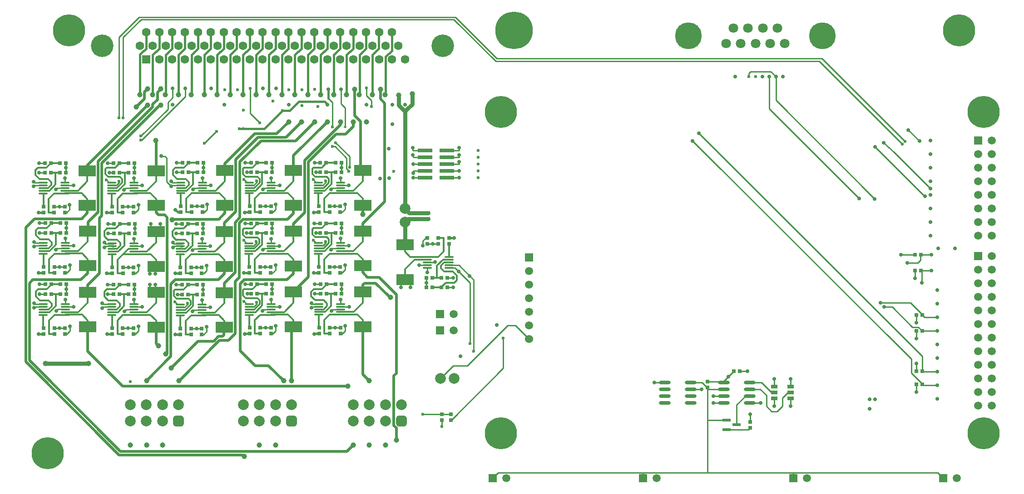
<source format=gtl>
%FSLAX25Y25*%
%MOIN*%
G70*
G01*
G75*
G04 Layer_Physical_Order=1*
G04 Layer_Color=255*
%ADD10R,0.02756X0.03150*%
%ADD11R,0.11000X0.02900*%
%ADD12O,0.08661X0.02362*%
%ADD13R,0.03150X0.02756*%
%ADD14R,0.05906X0.02362*%
%ADD15R,0.05118X0.03150*%
%ADD16R,0.12598X0.07874*%
%ADD17O,0.06890X0.01181*%
%ADD18C,0.01181*%
%ADD19C,0.01000*%
%ADD20C,0.01800*%
%ADD21C,0.02000*%
%ADD22C,0.03000*%
%ADD23C,0.07874*%
G04:AMPARAMS|DCode=24|XSize=78.74mil|YSize=78.74mil|CornerRadius=19.69mil|HoleSize=0mil|Usage=FLASHONLY|Rotation=0.000|XOffset=0mil|YOffset=0mil|HoleType=Round|Shape=RoundedRectangle|*
%AMROUNDEDRECTD24*
21,1,0.07874,0.03937,0,0,0.0*
21,1,0.03937,0.07874,0,0,0.0*
1,1,0.03937,0.01969,-0.01969*
1,1,0.03937,-0.01969,-0.01969*
1,1,0.03937,-0.01969,0.01969*
1,1,0.03937,0.01969,0.01969*
%
%ADD24ROUNDEDRECTD24*%
%ADD25C,0.23622*%
%ADD26C,0.05906*%
%ADD27R,0.05906X0.05906*%
%ADD28R,0.05906X0.05906*%
%ADD29C,0.27559*%
%ADD30C,0.06299*%
%ADD31R,0.06299X0.06299*%
%ADD32C,0.16535*%
%ADD33C,0.19685*%
%ADD34C,0.07087*%
%ADD35C,0.06000*%
%ADD36C,0.02756*%
%ADD37C,0.02362*%
%ADD38C,0.03937*%
%ADD39C,0.01969*%
D10*
X289370Y28740D02*
D03*
Y24409D02*
D03*
X296260Y24409D02*
D03*
Y28740D02*
D03*
X484385Y52713D02*
D03*
Y48382D02*
D03*
X515881Y23185D02*
D03*
Y18854D02*
D03*
X278972Y158370D02*
D03*
Y154039D02*
D03*
X286846Y154039D02*
D03*
Y158370D02*
D03*
X294720Y158370D02*
D03*
Y154039D02*
D03*
X63125Y87752D02*
D03*
Y92083D02*
D03*
X55251Y92083D02*
D03*
Y87752D02*
D03*
X47377Y87752D02*
D03*
Y92083D02*
D03*
X214861Y132760D02*
D03*
Y137091D02*
D03*
X206987Y137091D02*
D03*
Y132760D02*
D03*
X199113Y132760D02*
D03*
Y137091D02*
D03*
X215094Y87949D02*
D03*
Y92279D02*
D03*
X207220Y92279D02*
D03*
Y87949D02*
D03*
X199346Y87949D02*
D03*
Y92279D02*
D03*
X214861Y177248D02*
D03*
Y181579D02*
D03*
X206987Y181579D02*
D03*
Y177248D02*
D03*
X199113Y177248D02*
D03*
Y181579D02*
D03*
X12893Y87819D02*
D03*
Y92150D02*
D03*
X5019Y92150D02*
D03*
Y87819D02*
D03*
X-2855Y87819D02*
D03*
Y92150D02*
D03*
X12893Y132819D02*
D03*
Y137150D02*
D03*
X5019Y137150D02*
D03*
Y132819D02*
D03*
X-2855Y132819D02*
D03*
Y137150D02*
D03*
X12731Y177122D02*
D03*
Y181453D02*
D03*
X4857Y181453D02*
D03*
Y177122D02*
D03*
X-3017Y177122D02*
D03*
Y181453D02*
D03*
X63125Y177122D02*
D03*
Y181453D02*
D03*
X55251Y181453D02*
D03*
Y177122D02*
D03*
X47377Y177122D02*
D03*
Y181453D02*
D03*
X163913Y132634D02*
D03*
Y136965D02*
D03*
X156039Y136965D02*
D03*
Y132634D02*
D03*
X148165Y132634D02*
D03*
Y136965D02*
D03*
X164074Y87878D02*
D03*
Y92209D02*
D03*
X156200Y92209D02*
D03*
Y87878D02*
D03*
X148326Y87878D02*
D03*
Y92209D02*
D03*
X113287Y87484D02*
D03*
Y91815D02*
D03*
X105413Y91815D02*
D03*
Y87484D02*
D03*
X97539Y87484D02*
D03*
Y91815D02*
D03*
X164074Y177248D02*
D03*
Y181579D02*
D03*
X156200Y181579D02*
D03*
Y177248D02*
D03*
X148326Y177248D02*
D03*
Y181579D02*
D03*
X113680Y177248D02*
D03*
Y181579D02*
D03*
X105806Y181579D02*
D03*
Y177248D02*
D03*
X97932Y177248D02*
D03*
Y181579D02*
D03*
X113287Y132366D02*
D03*
Y136697D02*
D03*
X105413Y136697D02*
D03*
Y132366D02*
D03*
X97539Y132366D02*
D03*
Y136697D02*
D03*
X63287Y132366D02*
D03*
Y136697D02*
D03*
X55413Y136697D02*
D03*
Y132366D02*
D03*
X47539Y132366D02*
D03*
Y136697D02*
D03*
X279523Y176866D02*
D03*
Y172535D02*
D03*
D11*
X277251Y222555D02*
D03*
X293251D02*
D03*
Y217555D02*
D03*
X277251D02*
D03*
X293251Y212555D02*
D03*
X277251D02*
D03*
X293251Y207555D02*
D03*
X277251D02*
D03*
X293251Y202555D02*
D03*
X277251D02*
D03*
D12*
X472180Y37142D02*
D03*
Y42142D02*
D03*
Y47142D02*
D03*
Y52142D02*
D03*
X453283Y37142D02*
D03*
Y42142D02*
D03*
Y47142D02*
D03*
Y52142D02*
D03*
X496590D02*
D03*
Y47142D02*
D03*
Y42142D02*
D03*
Y37142D02*
D03*
X515487Y52142D02*
D03*
Y47142D02*
D03*
Y42142D02*
D03*
Y37142D02*
D03*
D13*
X503873Y60390D02*
D03*
X508204D02*
D03*
X641078Y146020D02*
D03*
X636747D02*
D03*
X641078Y134209D02*
D03*
X636747D02*
D03*
X642062Y89917D02*
D03*
X637732D02*
D03*
X642062Y101728D02*
D03*
X637732D02*
D03*
X642062Y60390D02*
D03*
X637732D02*
D03*
X642062Y50547D02*
D03*
X637732D02*
D03*
X278184Y121953D02*
D03*
X282515D02*
D03*
X278184Y129039D02*
D03*
X282515D02*
D03*
X289208Y121953D02*
D03*
X293539D02*
D03*
X289208Y129039D02*
D03*
X293539D02*
D03*
X63913Y124169D02*
D03*
X59582D02*
D03*
X63913Y117083D02*
D03*
X59582D02*
D03*
X52889Y124169D02*
D03*
X48558D02*
D03*
X52889Y117083D02*
D03*
X48558D02*
D03*
X215649Y169177D02*
D03*
X211318D02*
D03*
X215649Y162091D02*
D03*
X211318D02*
D03*
X204625Y169177D02*
D03*
X200294D02*
D03*
X204625Y162091D02*
D03*
X200294D02*
D03*
X215881Y124366D02*
D03*
X211550D02*
D03*
X215881Y117280D02*
D03*
X211550D02*
D03*
X204857Y124366D02*
D03*
X200527D02*
D03*
X204857Y117280D02*
D03*
X200527D02*
D03*
X215649Y213665D02*
D03*
X211318D02*
D03*
X215649Y206579D02*
D03*
X211318D02*
D03*
X204625Y213665D02*
D03*
X200294D02*
D03*
X204625Y206579D02*
D03*
X200294D02*
D03*
X13680Y124236D02*
D03*
X9350D02*
D03*
X13680Y117150D02*
D03*
X9350D02*
D03*
X2657Y124236D02*
D03*
X-1674D02*
D03*
X2657Y117150D02*
D03*
X-1674D02*
D03*
X13680Y169236D02*
D03*
X9350D02*
D03*
X13680Y162150D02*
D03*
X9350D02*
D03*
X2657Y169236D02*
D03*
X-1674D02*
D03*
X2657Y162150D02*
D03*
X-1674D02*
D03*
X13519Y213539D02*
D03*
X9188D02*
D03*
X13519Y206453D02*
D03*
X9188D02*
D03*
X2495Y213539D02*
D03*
X-1835D02*
D03*
X2495Y206453D02*
D03*
X-1835D02*
D03*
X63913Y213539D02*
D03*
X59582D02*
D03*
X63913Y206453D02*
D03*
X59582D02*
D03*
X52889Y213539D02*
D03*
X48558D02*
D03*
X52889Y206453D02*
D03*
X48558D02*
D03*
X164700Y169051D02*
D03*
X160369D02*
D03*
X164700Y161965D02*
D03*
X160369D02*
D03*
X153676Y169051D02*
D03*
X149346D02*
D03*
X153676Y161965D02*
D03*
X149346D02*
D03*
X164861Y124295D02*
D03*
X160531D02*
D03*
X164861Y117209D02*
D03*
X160531D02*
D03*
X153838Y124295D02*
D03*
X149507D02*
D03*
X153838Y117209D02*
D03*
X149507D02*
D03*
X114074Y123902D02*
D03*
X109743D02*
D03*
X114074Y116815D02*
D03*
X109743D02*
D03*
X103050Y123902D02*
D03*
X98720D02*
D03*
X103050Y116815D02*
D03*
X98720D02*
D03*
X164861Y213665D02*
D03*
X160531D02*
D03*
X164861Y206579D02*
D03*
X160531D02*
D03*
X153838Y213665D02*
D03*
X149507D02*
D03*
X153838Y206579D02*
D03*
X149507D02*
D03*
X114468Y213665D02*
D03*
X110137D02*
D03*
X114468Y206579D02*
D03*
X110137D02*
D03*
X103444Y213665D02*
D03*
X99113D02*
D03*
X103444Y206579D02*
D03*
X99113D02*
D03*
X114074Y168783D02*
D03*
X109743D02*
D03*
X114074Y161697D02*
D03*
X109743D02*
D03*
X103050Y168783D02*
D03*
X98720D02*
D03*
X103050Y161697D02*
D03*
X98720D02*
D03*
X64074Y168783D02*
D03*
X59743D02*
D03*
X64074Y161697D02*
D03*
X59743D02*
D03*
X53050Y168783D02*
D03*
X48720D02*
D03*
X53050Y161697D02*
D03*
X48720D02*
D03*
D14*
X498558Y24524D02*
D03*
Y17516D02*
D03*
X505845Y21020D02*
D03*
D15*
X533598Y49007D02*
D03*
Y44676D02*
D03*
Y40346D02*
D03*
X545409Y49007D02*
D03*
Y44676D02*
D03*
Y40346D02*
D03*
D16*
X262436Y127661D02*
D03*
Y153252D02*
D03*
X79661Y118461D02*
D03*
Y92870D02*
D03*
X231397Y163469D02*
D03*
Y137878D02*
D03*
X231629Y118658D02*
D03*
Y93067D02*
D03*
X231397Y207957D02*
D03*
Y182366D02*
D03*
X29428Y118527D02*
D03*
Y92937D02*
D03*
Y163528D02*
D03*
Y137937D02*
D03*
X29267Y207831D02*
D03*
Y182240D02*
D03*
X79661Y207831D02*
D03*
Y182240D02*
D03*
X180448Y163342D02*
D03*
Y137752D02*
D03*
X180610Y118587D02*
D03*
Y92996D02*
D03*
X129822Y118193D02*
D03*
Y92602D02*
D03*
X180610Y207957D02*
D03*
Y182366D02*
D03*
X130216Y207957D02*
D03*
Y182366D02*
D03*
X129822Y163075D02*
D03*
Y137484D02*
D03*
X79822Y163075D02*
D03*
Y137484D02*
D03*
D17*
X278775Y144394D02*
D03*
Y142425D02*
D03*
Y140457D02*
D03*
Y138488D02*
D03*
Y136520D02*
D03*
X294917Y144394D02*
D03*
Y142425D02*
D03*
Y140457D02*
D03*
Y138488D02*
D03*
Y136520D02*
D03*
X63322Y101728D02*
D03*
Y103697D02*
D03*
Y105665D02*
D03*
Y107634D02*
D03*
Y109602D02*
D03*
X47180Y101728D02*
D03*
Y103697D02*
D03*
Y105665D02*
D03*
Y107634D02*
D03*
Y109602D02*
D03*
X215058Y146736D02*
D03*
Y148705D02*
D03*
Y150673D02*
D03*
Y152642D02*
D03*
Y154610D02*
D03*
X198917Y146736D02*
D03*
Y148705D02*
D03*
Y150673D02*
D03*
Y152642D02*
D03*
Y154610D02*
D03*
X215291Y101925D02*
D03*
Y103894D02*
D03*
Y105862D02*
D03*
Y107831D02*
D03*
Y109799D02*
D03*
X199149Y101925D02*
D03*
Y103894D02*
D03*
Y105862D02*
D03*
Y107831D02*
D03*
Y109799D02*
D03*
X215058Y191224D02*
D03*
Y193193D02*
D03*
Y195161D02*
D03*
Y197130D02*
D03*
Y199098D02*
D03*
X198917Y191224D02*
D03*
Y193193D02*
D03*
Y195161D02*
D03*
Y197130D02*
D03*
Y199098D02*
D03*
X13090Y101795D02*
D03*
Y103764D02*
D03*
Y105732D02*
D03*
Y107701D02*
D03*
Y109669D02*
D03*
X-3052Y101795D02*
D03*
Y103764D02*
D03*
Y105732D02*
D03*
Y107701D02*
D03*
Y109669D02*
D03*
X13090Y146795D02*
D03*
Y148764D02*
D03*
Y150732D02*
D03*
Y152701D02*
D03*
Y154669D02*
D03*
X-3052Y146795D02*
D03*
Y148764D02*
D03*
Y150732D02*
D03*
Y152701D02*
D03*
Y154669D02*
D03*
X12928Y191098D02*
D03*
Y193067D02*
D03*
Y195035D02*
D03*
Y197004D02*
D03*
Y198972D02*
D03*
X-3213Y191098D02*
D03*
Y193067D02*
D03*
Y195035D02*
D03*
Y197004D02*
D03*
Y198972D02*
D03*
X63322Y191098D02*
D03*
Y193067D02*
D03*
Y195035D02*
D03*
Y197004D02*
D03*
Y198972D02*
D03*
X47180Y191098D02*
D03*
Y193067D02*
D03*
Y195035D02*
D03*
Y197004D02*
D03*
Y198972D02*
D03*
X164110Y146610D02*
D03*
Y148579D02*
D03*
Y150547D02*
D03*
Y152516D02*
D03*
Y154484D02*
D03*
X147968Y146610D02*
D03*
Y148579D02*
D03*
Y150547D02*
D03*
Y152516D02*
D03*
Y154484D02*
D03*
X164271Y101854D02*
D03*
Y103823D02*
D03*
Y105791D02*
D03*
Y107760D02*
D03*
Y109728D02*
D03*
X148129Y101854D02*
D03*
Y103823D02*
D03*
Y105791D02*
D03*
Y107760D02*
D03*
Y109728D02*
D03*
X113484Y101461D02*
D03*
Y103429D02*
D03*
Y105398D02*
D03*
Y107366D02*
D03*
Y109335D02*
D03*
X97342Y101461D02*
D03*
Y103429D02*
D03*
Y105398D02*
D03*
Y107366D02*
D03*
Y109335D02*
D03*
X164271Y191224D02*
D03*
Y193193D02*
D03*
Y195161D02*
D03*
Y197130D02*
D03*
Y199098D02*
D03*
X148129Y191224D02*
D03*
Y193193D02*
D03*
Y195161D02*
D03*
Y197130D02*
D03*
Y199098D02*
D03*
X113877Y191224D02*
D03*
Y193193D02*
D03*
Y195161D02*
D03*
Y197130D02*
D03*
Y199098D02*
D03*
X97736Y191224D02*
D03*
Y193193D02*
D03*
Y195161D02*
D03*
Y197130D02*
D03*
Y199098D02*
D03*
X113484Y146343D02*
D03*
Y148311D02*
D03*
Y150279D02*
D03*
Y152248D02*
D03*
Y154217D02*
D03*
X97342Y146343D02*
D03*
Y148311D02*
D03*
Y150279D02*
D03*
Y152248D02*
D03*
Y154217D02*
D03*
X63484Y146343D02*
D03*
Y148311D02*
D03*
Y150279D02*
D03*
Y152248D02*
D03*
Y154217D02*
D03*
X47342Y146343D02*
D03*
Y148311D02*
D03*
Y150279D02*
D03*
Y152248D02*
D03*
Y154217D02*
D03*
D18*
X29267Y182240D02*
Y187161D01*
X12928Y191213D02*
X25216D01*
X29267Y187161D01*
X29428Y137937D02*
Y142858D01*
X13090Y146909D02*
X25377D01*
X29428Y142858D01*
Y92937D02*
Y97858D01*
X13090Y101909D02*
X25377D01*
X29428Y97858D01*
X79661Y92870D02*
Y97791D01*
X63322Y101842D02*
X75609D01*
X79661Y97791D01*
X79822Y137484D02*
Y142405D01*
X63484Y146457D02*
X75771D01*
X79822Y142405D01*
X79661Y182240D02*
Y187161D01*
X63322Y191213D02*
X75609D01*
X79661Y187161D01*
X125771Y146457D02*
X129822Y142405D01*
X113484Y146457D02*
X125771D01*
X266279Y144488D02*
X280024D01*
X262436Y148331D02*
X266279Y144488D01*
X231397Y182366D02*
Y187287D01*
X215058Y191339D02*
X227346D01*
X231397Y187287D01*
Y137878D02*
Y142799D01*
X215058Y146850D02*
X227346D01*
X231397Y142799D01*
X231629Y93067D02*
Y97988D01*
X215291Y102039D02*
X227578D01*
X231629Y97988D01*
X180610Y92996D02*
Y97917D01*
X164271Y101969D02*
X176558D01*
X180610Y97917D01*
X180448Y137752D02*
Y142673D01*
X164110Y146724D02*
X176397D01*
X180448Y142673D01*
X180645Y182331D02*
Y187252D01*
X164306Y191303D02*
X176594D01*
X180645Y187252D01*
X129822Y92602D02*
Y97524D01*
X113484Y101575D02*
X125771D01*
X129822Y97524D01*
Y137484D02*
Y142405D01*
X126165Y191339D02*
X130216Y187287D01*
X113877Y191339D02*
X126165D01*
X97736Y181776D02*
Y191224D01*
X148129Y92405D02*
Y101854D01*
X147968Y137161D02*
Y146610D01*
X148129Y181776D02*
Y191224D01*
X198917Y181776D02*
Y191224D01*
X199113Y137091D02*
Y146539D01*
X199149Y92476D02*
X199346Y92279D01*
X199149Y92476D02*
Y101925D01*
X97342Y136894D02*
Y146343D01*
Y92012D02*
Y101461D01*
X47377Y92083D02*
Y101532D01*
X47342Y136894D02*
Y146343D01*
X47180Y181650D02*
Y191098D01*
X-3017Y181453D02*
Y190902D01*
X-2855Y137150D02*
Y146598D01*
X-3052Y92346D02*
Y101795D01*
X47180Y193067D02*
X51708D01*
X56665Y198024D01*
Y206453D01*
X54857Y198972D02*
Y201728D01*
X53283Y203303D02*
X54857Y201728D01*
X44621Y203303D02*
X53283D01*
X50920Y195035D02*
X54857Y198972D01*
X47180Y195035D02*
X50920D01*
X42590Y205335D02*
Y209181D01*
Y205335D02*
X44621Y203303D01*
X148129Y103823D02*
X152657D01*
X157613Y108780D01*
Y117209D01*
X155806Y109728D02*
Y112484D01*
X154232Y114059D02*
X155806Y112484D01*
X145570Y114059D02*
X154232D01*
X151869Y105791D02*
X155806Y109728D01*
X148129Y105791D02*
X151869D01*
X143539Y116091D02*
Y119937D01*
Y116091D02*
X145570Y114059D01*
X147968Y148579D02*
X152495D01*
X157452Y153535D01*
Y161965D01*
X155645Y154484D02*
Y157240D01*
X154070Y158815D02*
X155645Y157240D01*
X145409Y158815D02*
X154070D01*
X151708Y150547D02*
X155645Y154484D01*
X147968Y150547D02*
X151708D01*
X143377Y160846D02*
Y164693D01*
Y160846D02*
X145409Y158815D01*
X148129Y193193D02*
X152657D01*
X157613Y198150D01*
Y206579D01*
X155806Y199098D02*
Y201854D01*
X154232Y203429D02*
X155806Y201854D01*
X145570Y203429D02*
X154232D01*
X151869Y195161D02*
X155806Y199098D01*
X148129Y195161D02*
X151869D01*
X143539Y205461D02*
Y209307D01*
Y205461D02*
X145570Y203429D01*
X196393Y112555D02*
X202889D01*
X193628Y115321D02*
X196393Y112555D01*
X198917Y148705D02*
X203444D01*
X208401Y153661D01*
Y162091D01*
X206594Y154610D02*
Y157366D01*
X205019Y158941D02*
X206594Y157366D01*
X196358Y158941D02*
X205019D01*
X202657Y150673D02*
X206594Y154610D01*
X198917Y150673D02*
X202657D01*
X194326Y160972D02*
Y164819D01*
Y160972D02*
X196358Y158941D01*
X198917Y193193D02*
X203444D01*
X208401Y198150D01*
Y206579D01*
X206594Y199099D02*
Y201854D01*
X205019Y203429D02*
X206594Y201854D01*
X196358Y203429D02*
X205019D01*
X202657Y195161D02*
X206594Y199099D01*
X198917Y195161D02*
X202657D01*
X194326Y205461D02*
Y209307D01*
Y205461D02*
X196358Y203429D01*
X92751Y115697D02*
X94783Y113665D01*
X92751Y115697D02*
Y119543D01*
X106826Y116815D02*
X109743D01*
X106826Y108386D02*
Y116815D01*
X101869Y103429D02*
X106826Y108386D01*
X97342Y105398D02*
X101082D01*
X105019Y109335D01*
X94783Y113665D02*
X103444D01*
X105019Y112091D01*
Y109335D02*
Y112091D01*
X56235Y206453D02*
X56639Y206050D01*
X286846Y144394D02*
X290783Y148331D01*
X278775Y144394D02*
X286846D01*
X286846Y158370D02*
X290783D01*
X269326Y142425D02*
X278775D01*
X290783Y148331D02*
Y158370D01*
X262436Y127661D02*
Y135535D01*
X269326Y142425D01*
X282515Y129039D02*
X285861D01*
X289208D01*
X282515Y121953D02*
X289208D01*
Y122258D01*
X292445Y125496D01*
X298657D01*
X288814Y138094D02*
X291176Y140457D01*
X294917D01*
X285861Y129039D02*
Y137898D01*
X290389Y142425D01*
X294917D01*
X288814Y136126D02*
Y138094D01*
Y136126D02*
X291176Y133764D01*
X297476D01*
X262436Y148331D02*
Y153252D01*
X55251Y101728D02*
X63322D01*
X51314Y97791D02*
X55251Y101728D01*
X51314Y87752D02*
Y97791D01*
Y87752D02*
X55251D01*
X79661Y110587D02*
Y118461D01*
X72771Y103697D02*
X79661Y110587D01*
X63322Y103697D02*
X72771D01*
X56235Y117083D02*
X59582D01*
X52889D02*
X56235D01*
X51708Y103697D02*
X56235Y108224D01*
Y117083D01*
X47180Y103697D02*
X51708D01*
X53283Y108028D02*
Y109996D01*
X50920Y105665D02*
X53283Y108028D01*
X49651Y120626D02*
X52889Y123864D01*
X50920Y112358D02*
X53283Y109996D01*
X43440Y120626D02*
X49651D01*
X44621Y112358D02*
X50920D01*
X47180Y105665D02*
X50920D01*
X52889Y124169D02*
X59582D01*
X52889Y123864D02*
Y124169D01*
X206987Y146736D02*
X215058D01*
X203050Y142799D02*
X206987Y146736D01*
X203050Y132760D02*
Y142799D01*
Y132760D02*
X206987D01*
X231397Y155595D02*
Y163469D01*
X224507Y148705D02*
X231397Y155595D01*
X215058Y148705D02*
X224507D01*
X207972Y162091D02*
X211318D01*
X204625D02*
X207972D01*
X201388Y165634D02*
X204625Y168871D01*
X195176Y165634D02*
X201388D01*
X204625Y169177D02*
X211318D01*
X204625Y168871D02*
Y169177D01*
X207220Y101925D02*
X215291D01*
X203283Y97988D02*
X207220Y101925D01*
X203283Y87949D02*
Y97988D01*
Y87949D02*
X207220D01*
X231629Y110784D02*
Y118658D01*
X224739Y103894D02*
X231629Y110784D01*
X215291Y103894D02*
X224739D01*
X208204Y117280D02*
X211550D01*
X204857D02*
X208204D01*
X203676Y103894D02*
X208204Y108421D01*
Y117280D01*
X199149Y103894D02*
X203676D01*
X205251Y108224D02*
Y110193D01*
X202889Y105862D02*
X205251Y108224D01*
X201620Y120823D02*
X204857Y124060D01*
X202889Y112555D02*
X205251Y110193D01*
X195409Y120823D02*
X201620D01*
X199149Y105862D02*
X202889D01*
X204857Y124366D02*
X211550D01*
X204857Y124060D02*
Y124366D01*
X206987Y191224D02*
X215058D01*
X203050Y187287D02*
X206987Y191224D01*
X203050Y177248D02*
Y187287D01*
Y177248D02*
X206987D01*
X224507Y193193D02*
X231397Y200083D01*
X215058Y193193D02*
X224507D01*
X207972Y206579D02*
X211318D01*
X204625D02*
X207972D01*
X201388Y210122D02*
X204625Y213360D01*
X195176Y210122D02*
X201388D01*
X204625Y213665D02*
X211318D01*
X204625Y213360D02*
Y213665D01*
X5019Y101795D02*
X13090D01*
X1082Y97858D02*
X5019Y101795D01*
X1082Y87819D02*
Y97858D01*
Y87819D02*
X5019D01*
X29428Y110653D02*
Y118527D01*
X22539Y103764D02*
X29428Y110653D01*
X13090Y103764D02*
X22539D01*
X6003Y117150D02*
X9350D01*
X2657D02*
X6003D01*
X1476Y103764D02*
X6003Y108291D01*
Y117150D01*
X-3052Y103764D02*
X1476D01*
X3050Y108095D02*
Y110063D01*
X688Y105732D02*
X3050Y108095D01*
X-581Y120693D02*
X2657Y123931D01*
X688Y112425D02*
X3050Y110063D01*
X-6792Y120693D02*
X-581D01*
X-5611Y112425D02*
X688D01*
X-3052Y105732D02*
X688D01*
X2657Y124236D02*
X9350D01*
X2657Y123931D02*
Y124236D01*
X5019Y146795D02*
X13090D01*
X1082Y142858D02*
X5019Y146795D01*
X1082Y132819D02*
Y142858D01*
Y132819D02*
X5019D01*
X22539Y148764D02*
X29428Y155654D01*
X13090Y148764D02*
X22539D01*
X6003Y162150D02*
X9350D01*
X2657D02*
X6003D01*
X1476Y148764D02*
X6003Y153291D01*
Y162150D01*
X-3052Y148764D02*
X1476D01*
X3050Y153094D02*
Y155063D01*
X688Y150732D02*
X3050Y153094D01*
X-581Y165693D02*
X2657Y168930D01*
X688Y157425D02*
X3050Y155063D01*
X-6792Y165693D02*
X-581D01*
X-5611Y157425D02*
X688D01*
X-3052Y150732D02*
X688D01*
X2657Y169236D02*
X9350D01*
X2657Y168930D02*
Y169236D01*
X4857Y191098D02*
X12928D01*
X920Y187161D02*
X4857Y191098D01*
X920Y177122D02*
Y187161D01*
Y177122D02*
X4857D01*
X29267Y199957D02*
Y207831D01*
X22377Y193067D02*
X29267Y199957D01*
X12928Y193067D02*
X22377D01*
X5842Y206453D02*
X9188D01*
X2495D02*
X5842D01*
X1314Y193067D02*
X5842Y197594D01*
Y206453D01*
X-3213Y193067D02*
X1314D01*
X2889Y197398D02*
Y199366D01*
X527Y195035D02*
X2889Y197398D01*
X-742Y209996D02*
X2495Y213234D01*
X527Y201728D02*
X2889Y199366D01*
X-6954Y209996D02*
X-742D01*
X-5772Y201728D02*
X527D01*
X-3213Y195035D02*
X527D01*
X2495Y213539D02*
X9188D01*
X2495Y213234D02*
Y213539D01*
X55251Y191098D02*
X63322D01*
X51314Y187161D02*
X55251Y191098D01*
X51314Y177122D02*
Y187161D01*
Y177122D02*
X55251D01*
X79661Y199957D02*
Y207831D01*
X72771Y193067D02*
X79661Y199957D01*
X63322Y193067D02*
X72771D01*
X56235Y206453D02*
X59582D01*
X52889D02*
X56235D01*
X49651Y209996D02*
X52889Y213234D01*
X43440Y209996D02*
X49651D01*
X52889Y213539D02*
X59582D01*
X52889Y213234D02*
Y213539D01*
X156039Y146610D02*
X164110D01*
X152102Y142673D02*
X156039Y146610D01*
X152102Y132634D02*
Y142673D01*
Y132634D02*
X156039D01*
X180448Y155468D02*
Y163342D01*
X173558Y148579D02*
X180448Y155468D01*
X164110Y148579D02*
X173558D01*
X157023Y161965D02*
X160369D01*
X153676D02*
X157023D01*
X150439Y165508D02*
X153676Y168745D01*
X144228Y165508D02*
X150439D01*
X153676Y169051D02*
X160369D01*
X153676Y168745D02*
Y169051D01*
X156200Y101854D02*
X164271D01*
X152263Y97917D02*
X156200Y101854D01*
X152263Y87878D02*
Y97917D01*
Y87878D02*
X156200D01*
X180610Y110713D02*
Y118587D01*
X173720Y103823D02*
X180610Y110713D01*
X164271Y103823D02*
X173720D01*
X153838Y117209D02*
X160531D01*
X150600Y120752D02*
X153838Y123990D01*
X144389Y120752D02*
X150600D01*
X153838Y124295D02*
X160531D01*
X153838Y123990D02*
Y124295D01*
X105413Y101461D02*
X113484D01*
X101476Y97524D02*
X105413Y101461D01*
X101476Y87484D02*
Y97524D01*
Y87484D02*
X105413D01*
X129822Y110319D02*
Y118193D01*
X122932Y103429D02*
X129822Y110319D01*
X113484Y103429D02*
X122932D01*
X103050Y116815D02*
X106397D01*
X97342Y103429D02*
X101869D01*
X99813Y120358D02*
X103050Y123596D01*
X93602Y120358D02*
X99813D01*
X103050Y123902D02*
X109743D01*
X103050Y123596D02*
Y123902D01*
X156200Y191224D02*
X164271D01*
X152263Y187287D02*
X156200Y191224D01*
X152263Y177248D02*
Y187287D01*
Y177248D02*
X156200D01*
X180610Y200083D02*
Y207957D01*
X173720Y193193D02*
X180610Y200083D01*
X164271Y193193D02*
X173720D01*
X157184Y206579D02*
X160531D01*
X153838D02*
X157184D01*
X150600Y210122D02*
X153838Y213360D01*
X144389Y210122D02*
X150600D01*
X153838Y213665D02*
X160531D01*
X153838Y213360D02*
Y213665D01*
X105806Y191224D02*
X113877D01*
X101869Y187287D02*
X105806Y191224D01*
X101869Y177248D02*
Y187287D01*
Y177248D02*
X105806D01*
X130216Y200083D02*
Y207957D01*
X123326Y193193D02*
X130216Y200083D01*
X113877Y193193D02*
X123326D01*
X106791Y206579D02*
X110137D01*
X103444D02*
X106791D01*
X102263Y193193D02*
X106791Y197721D01*
Y206579D01*
X97736Y193193D02*
X102263D01*
X103838Y197524D02*
Y199492D01*
X101476Y195161D02*
X103838Y197524D01*
X100206Y210122D02*
X103444Y213360D01*
X101476Y201854D02*
X103838Y199492D01*
X93995Y210122D02*
X100206D01*
X95176Y201854D02*
X101476D01*
X97736Y195161D02*
X101476D01*
X103444Y213665D02*
X110137D01*
X103444Y213360D02*
Y213665D01*
X130216Y182366D02*
Y187287D01*
X105413Y146343D02*
X113484D01*
X101476Y142405D02*
X105413Y146343D01*
X101476Y132366D02*
Y142405D01*
Y132366D02*
X105413D01*
X129822Y155201D02*
Y163075D01*
X122932Y148311D02*
X129822Y155201D01*
X113484Y148311D02*
X122932D01*
X106397Y161697D02*
X109743D01*
X103050D02*
X106397D01*
X101869Y148311D02*
X106397Y152839D01*
Y161697D01*
X97342Y148311D02*
X101869D01*
X103444Y152642D02*
Y154610D01*
X101082Y150279D02*
X103444Y152642D01*
X99813Y165240D02*
X103050Y168478D01*
X101082Y156973D02*
X103444Y154610D01*
X93602Y165240D02*
X99813D01*
X94783Y156973D02*
X101082D01*
X97342Y150279D02*
X101082D01*
X103050Y168783D02*
X109743D01*
X103050Y168478D02*
Y168783D01*
X59350Y150279D02*
X63484D01*
X55413Y146343D02*
X63484D01*
X55413D02*
X59350Y150279D01*
X51476Y142405D02*
X55413Y146343D01*
X51476Y132366D02*
Y142405D01*
Y132366D02*
X55413D01*
X79822Y155201D02*
Y163075D01*
X72932Y148311D02*
X79822Y155201D01*
X63484Y148311D02*
X72932D01*
X56397Y161697D02*
X59743D01*
X53050D02*
X56397D01*
X51869Y148311D02*
X56397Y152839D01*
Y161697D01*
X47342Y148311D02*
X51869D01*
X53444Y152642D02*
Y154610D01*
X51082Y150279D02*
X53444Y152642D01*
X49813Y165240D02*
X53050Y168478D01*
X51082Y156973D02*
X53444Y154610D01*
X43602Y165240D02*
X49813D01*
X44783Y156973D02*
X51082D01*
X47342Y150279D02*
X51082D01*
X53050Y168783D02*
X59743D01*
X53050Y168478D02*
Y168783D01*
X298657Y125496D02*
X300438Y127277D01*
X297476Y133764D02*
X300438Y130802D01*
Y127277D02*
Y130802D01*
X-8735Y204691D02*
Y208215D01*
Y204691D02*
X-5772Y201728D01*
X-8735Y208215D02*
X-6954Y209996D01*
X41659Y159809D02*
Y163333D01*
Y159809D02*
X44621Y156846D01*
X41659Y163333D02*
X43440Y165114D01*
X41659Y115321D02*
Y118845D01*
Y115321D02*
X44621Y112358D01*
X41659Y118845D02*
X43440Y120626D01*
X91659Y159809D02*
Y163333D01*
Y159809D02*
X94621Y156846D01*
X91659Y163333D02*
X93440Y165114D01*
X92053Y204691D02*
Y208215D01*
Y204691D02*
X95015Y201728D01*
X92053Y208215D02*
X93834Y209996D01*
X193628Y115321D02*
Y118845D01*
X195409Y120626D01*
X-8573Y163912D02*
X-6792Y165693D01*
X-8573Y160387D02*
X-5611Y157425D01*
X-8573Y160387D02*
Y163912D01*
Y118912D02*
X-6792Y120693D01*
X-8573Y115387D02*
X-5611Y112425D01*
X-8573Y115387D02*
Y118912D01*
X92751Y119543D02*
X93440Y120232D01*
X143539Y164819D02*
X144228Y165508D01*
X143539Y119937D02*
X144228Y120626D01*
X29428Y155654D02*
Y162555D01*
X42850Y209405D02*
X43440Y209996D01*
X143637Y209405D02*
X144228Y209996D01*
X194424Y209405D02*
X195015Y209996D01*
X194424Y164917D02*
X195015Y165508D01*
X231397Y200083D02*
Y207240D01*
X294917Y144394D02*
Y153842D01*
X294720Y154039D02*
X294917Y153842D01*
D19*
X158071Y149606D02*
X159012Y150547D01*
X164110D01*
X157677Y104724D02*
X158744Y105791D01*
X164271D01*
X208465Y104724D02*
X209602Y105862D01*
X215291D01*
X208071Y149606D02*
X209138Y150673D01*
X215058D01*
X208071Y194095D02*
X209138Y195161D01*
X215058D01*
X158071Y194095D02*
X159138Y195161D01*
X164271D01*
X106890Y194095D02*
X107957Y195161D01*
X113877D01*
X107563Y150279D02*
X113484D01*
X106496Y104331D02*
X107563Y105398D01*
X113484D01*
X56496Y104331D02*
X57831Y105665D01*
X63322D01*
X56102Y193701D02*
X57437Y195035D01*
X63322D01*
X6102Y194095D02*
X7043Y195035D01*
X12928D01*
X6102Y149606D02*
X7228Y150732D01*
X13090D01*
X7677Y105905D02*
X12916D01*
X6496Y104724D02*
X7677Y105905D01*
X334646Y62618D02*
Y84646D01*
X296438Y24409D02*
X334646Y62618D01*
X289370Y19685D02*
Y24409D01*
X275590Y28543D02*
X275787Y28740D01*
X289370D01*
X289370Y28740D02*
X296260D01*
X289370Y28740D02*
X289370Y28740D01*
X268243Y222705D02*
Y224562D01*
X268393Y217555D02*
Y219295D01*
X268243Y219445D02*
X268393Y219295D01*
Y222555D02*
X277251D01*
X268243Y222705D02*
X268393Y222555D01*
X302101Y222563D02*
Y224563D01*
X302102Y224563D01*
X302110Y217555D02*
Y219437D01*
X302102Y219445D02*
X302110Y219437D01*
Y212555D02*
Y214318D01*
X302101Y214326D02*
X302110Y214318D01*
X47342Y152122D02*
X48558D01*
X41668Y151335D02*
X42582Y152248D01*
X47342D01*
X97342Y152122D02*
X98952D01*
X92850D02*
X92976Y152248D01*
X97342D01*
X52889Y199436D02*
Y200153D01*
X83598Y218264D02*
X86353D01*
X87535Y199654D02*
Y217083D01*
X86353Y218264D02*
X87535Y217083D01*
X83598Y218264D02*
Y218657D01*
X87535Y199654D02*
X90846Y196343D01*
X309976Y130468D02*
X312830Y127614D01*
X302234Y138210D02*
X309976Y130468D01*
X194657Y107705D02*
X200759D01*
X204625Y199562D02*
Y200279D01*
X153838Y199562D02*
Y200279D01*
X301708Y133815D02*
X310271Y125252D01*
X299003Y136520D02*
X301708Y133815D01*
X195015Y201228D02*
X197144Y199098D01*
X195015Y156739D02*
X197144Y154610D01*
X194657Y109673D02*
X200759D01*
X194263Y110461D02*
Y110854D01*
X144228Y201228D02*
X146357Y199098D01*
X144066Y156614D02*
X146195Y154484D01*
X144228Y111858D02*
X146357Y109728D01*
X92850Y154091D02*
X98952D01*
X92456Y154878D02*
Y155272D01*
X91239Y199886D02*
Y200279D01*
X93440Y111464D02*
X95569Y109335D01*
X-9548Y155457D02*
Y155850D01*
X-9709Y199760D02*
Y200153D01*
X43279Y201102D02*
X45408Y198972D01*
X42456Y154091D02*
X48558D01*
X42062Y154878D02*
Y155272D01*
X40684Y110390D02*
Y110784D01*
X-9548Y110063D02*
Y110850D01*
X312830Y75153D02*
Y127614D01*
X295195Y138210D02*
X302234D01*
X193869Y106917D02*
X194657Y107705D01*
X193869Y110461D02*
X194263Y110854D01*
Y110067D02*
X194657Y109673D01*
X42653Y201335D02*
X43046D01*
X45408Y198972D02*
X47180D01*
X50457Y197004D02*
X52889Y199436D01*
X47180Y197004D02*
X50457D01*
X52486Y200153D02*
X52889D01*
X143602Y112091D02*
X143995D01*
X146357Y109728D02*
X148129D01*
X151406Y107760D02*
X153838Y110192D01*
X148129Y107760D02*
X151406D01*
X153435Y110909D02*
X153838D01*
X143440Y156846D02*
X143833D01*
X146195Y154484D02*
X147968D01*
X151244Y152516D02*
X153676Y154948D01*
X147968Y152516D02*
X151244D01*
X143602Y201461D02*
X143995D01*
X146357Y199098D02*
X148129D01*
X151406Y197130D02*
X153838Y199562D01*
X148129Y197130D02*
X151406D01*
X153435Y200279D02*
X153838D01*
X194389Y156973D02*
X194782D01*
X197144Y154610D02*
X198917D01*
X202193Y152642D02*
X204625Y155074D01*
X198917Y152642D02*
X202193D01*
X194389Y201461D02*
X194782D01*
X197144Y199098D02*
X198917D01*
X202193Y197130D02*
X204625Y199562D01*
X198917Y197130D02*
X202193D01*
X204222Y200279D02*
X204625D01*
X102647Y110516D02*
X103050D01*
X97342Y107366D02*
X100618D01*
X103050Y109798D01*
X95569Y109335D02*
X97342D01*
X92456Y154484D02*
X92850Y154091D01*
X92062Y154878D02*
X92456Y155272D01*
X91633Y199098D02*
X97736D01*
X91239Y199492D02*
X91633Y199098D01*
X90846Y199886D02*
X91239Y200279D01*
X91633Y197130D02*
X97736D01*
X90846Y196343D02*
X91633Y197130D01*
X42062Y154484D02*
X42456Y154091D01*
X41668Y154878D02*
X42062Y155272D01*
X41078Y109602D02*
X47180D01*
X40684Y109996D02*
X41078Y109602D01*
X40291Y110390D02*
X40684Y110784D01*
X41078Y107634D02*
X47180D01*
X40291Y106846D02*
X41078Y107634D01*
X-9154Y109669D02*
X-3052D01*
X-9548Y110063D02*
X-9154Y109669D01*
X-9942Y110457D02*
X-9548Y110850D01*
X-9154Y107701D02*
X-3052D01*
X-9942Y106913D02*
X-9154Y107701D01*
X-9154Y154669D02*
X-3052D01*
X-9548Y155063D02*
X-9154Y154669D01*
X-9942Y155457D02*
X-9548Y155850D01*
X-9154Y152701D02*
X-3052D01*
X-9942Y151913D02*
X-9154Y152701D01*
X-10103Y196216D02*
X-9316Y197004D01*
X-3213D01*
X-10103Y199760D02*
X-9709Y200153D01*
Y199366D02*
X-9316Y198972D01*
X-3213D01*
X268393Y217555D02*
X277251D01*
X268393Y212555D02*
X277251D01*
X268393Y207555D02*
X277251D01*
X268393Y202555D02*
X277251D01*
X293251Y222555D02*
X302110D01*
X293251Y217555D02*
X302110D01*
X293251Y212555D02*
X302110D01*
X293251Y207555D02*
X302110D01*
X293251Y202555D02*
X302110D01*
X529751Y253488D02*
X595704Y187535D01*
X534751Y259649D02*
X607204Y187196D01*
X534751Y259649D02*
Y277079D01*
X529751Y253488D02*
Y277079D01*
X531595Y44676D02*
X533598D01*
X524129Y52142D02*
X531595Y44676D01*
X515487Y52142D02*
X524129D01*
X533598Y34799D02*
Y40346D01*
Y49007D02*
Y54554D01*
X545409Y49007D02*
Y54554D01*
Y34799D02*
Y40346D01*
X543475Y44676D02*
X545409D01*
X539503Y40705D02*
X543475Y44676D01*
X539503Y34799D02*
Y40705D01*
X535566Y30862D02*
X539503Y34799D01*
X531629Y30862D02*
X535566D01*
X515487Y47142D02*
X523224D01*
X515487Y37142D02*
X523381D01*
X488696D02*
X496590D01*
X512397Y42142D02*
X515487D01*
X505845Y35590D02*
X512397Y42142D01*
X505845Y21020D02*
Y35590D01*
X527692Y34799D02*
X531629Y30862D01*
X527692Y34799D02*
Y42673D01*
X523224Y47142D02*
X527692Y42673D01*
X485625Y47142D02*
X496590D01*
X484385Y48382D02*
X485625Y47142D01*
X484385Y-14298D02*
Y48382D01*
X484818Y24524D02*
X498558D01*
X484207Y48382D02*
X484385D01*
X480447Y52142D02*
X484207Y48382D01*
X472180Y52142D02*
X480447D01*
X472180Y47142D02*
X480074D01*
X445389Y52142D02*
X453283D01*
X484385Y52713D02*
X496196D01*
X503873Y60390D01*
X508204D02*
X513750D01*
X326905Y-18350D02*
X330958Y-14298D01*
X653561D02*
X657613Y-18350D01*
X547377D02*
Y-14298D01*
X653561D01*
X437141Y-18350D02*
Y-14298D01*
X330958D02*
X437141D01*
X484385D01*
X547377D01*
X498558Y17516D02*
X514542D01*
X515881Y18854D01*
Y23185D02*
Y28732D01*
X641078Y146020D02*
X648755D01*
X641078Y134209D02*
X648755D01*
X641865Y125350D02*
Y133421D01*
X641078Y134209D02*
X641865Y133421D01*
X640881Y145823D02*
X641078Y146020D01*
X640881Y142083D02*
Y145823D01*
X638913Y140114D02*
X640881Y142083D01*
X631039Y140114D02*
X638913D01*
X642417Y60035D02*
X653301D01*
X642062Y60390D02*
X642417Y60035D01*
X642062Y50547D02*
Y50906D01*
X633991Y58977D02*
X642062Y50906D01*
X633991Y58977D02*
Y69345D01*
X473600Y229736D02*
X633991Y69345D01*
X642574Y50035D02*
X653301D01*
X642062Y50547D02*
X642574Y50035D01*
X637732Y60390D02*
Y65936D01*
Y84371D02*
Y89917D01*
Y96182D02*
Y101728D01*
X636747Y128662D02*
Y134209D01*
X626476Y146020D02*
X636747D01*
X637928Y45001D02*
Y50547D01*
X488696Y42142D02*
X496590D01*
X278972Y154039D02*
X278972Y154039D01*
X278184Y121953D02*
Y129039D01*
X293539D02*
X297869D01*
X293539Y121953D02*
X297869D01*
X272672Y138488D02*
X278775D01*
Y133173D02*
Y136520D01*
X278578Y132976D02*
X278775Y133173D01*
X278972Y154039D02*
X282909D01*
X286846D01*
X277594Y158370D02*
X278972D01*
X275428Y156205D02*
X277594Y158370D01*
X275428Y152661D02*
Y156205D01*
X63322Y107634D02*
X69424D01*
X63322Y109602D02*
Y112949D01*
X63519Y113146D01*
X63125Y92083D02*
X63125Y92083D01*
X55251Y92083D02*
X59188D01*
X63125D01*
X63913Y117083D02*
Y124169D01*
X44228Y117083D02*
X48558D01*
X44228Y124169D02*
X48558D01*
X66668Y89917D02*
Y93461D01*
X64503Y87752D02*
X66668Y89917D01*
X63125Y87752D02*
X64503D01*
X215058Y152642D02*
X221161D01*
X215058Y154610D02*
Y157957D01*
X215255Y158153D01*
X214861Y137091D02*
X214861Y137091D01*
X206987Y137091D02*
X210924D01*
X214861D01*
X215649Y162091D02*
Y169177D01*
X197279Y162091D02*
X200294D01*
X195964Y169177D02*
X200294D01*
X218405Y134925D02*
Y138469D01*
X216239Y132760D02*
X218405Y134925D01*
X214861Y132760D02*
X216239D01*
X215291Y107831D02*
X221393D01*
X215291Y109799D02*
Y113146D01*
X215487Y113342D01*
X215094Y92279D02*
X215094Y92279D01*
X207220Y92279D02*
X211157D01*
X215094D01*
X215881Y117280D02*
Y124366D01*
X196196Y117280D02*
X200527D01*
X196196Y124366D02*
X200527D01*
X218637Y90114D02*
Y93657D01*
X216472Y87949D02*
X218637Y90114D01*
X215094Y87949D02*
X216472D01*
X215058Y197130D02*
X221161D01*
X215058Y199098D02*
Y202445D01*
X215255Y202642D01*
X214861Y181579D02*
X214861Y181579D01*
X206987Y181579D02*
X210924D01*
X214861D01*
X215649Y206579D02*
Y213665D01*
X197180Y206579D02*
X200294D01*
X195964Y213665D02*
X200294D01*
X218405Y179413D02*
Y182957D01*
X216239Y177248D02*
X218405Y179413D01*
X214861Y177248D02*
X216239D01*
X13090Y107701D02*
X19192D01*
X13090Y109669D02*
Y113016D01*
X13287Y113213D01*
X12893Y92150D02*
X12893Y92150D01*
X5019Y92150D02*
X8956D01*
X12893D01*
X13680Y117150D02*
Y124236D01*
X-6005Y117150D02*
X-1674D01*
X-6005Y124236D02*
X-1674D01*
X16436Y89984D02*
Y93528D01*
X14271Y87819D02*
X16436Y89984D01*
X12893Y87819D02*
X14271D01*
X13090Y152701D02*
X19192D01*
X13090Y154669D02*
Y158016D01*
X13287Y158213D01*
X12893Y137150D02*
X12893Y137150D01*
X5019Y137150D02*
X8956D01*
X12893D01*
X13680Y162150D02*
Y169236D01*
X-6005Y162150D02*
X-1674D01*
X-6005Y169236D02*
X-1674D01*
X16436Y134984D02*
Y138528D01*
X14271Y132819D02*
X16436Y134984D01*
X12893Y132819D02*
X14271D01*
X12928Y197004D02*
X19031D01*
X12928Y198972D02*
Y202319D01*
X13125Y202516D01*
X12731Y181453D02*
X12731Y181453D01*
X4857Y181453D02*
X8794D01*
X12731D01*
X13519Y206453D02*
Y213539D01*
X-6166Y206453D02*
X-1835D01*
X-6166Y213539D02*
X-1835D01*
X16275Y179287D02*
Y182831D01*
X14109Y177122D02*
X16275Y179287D01*
X12731Y177122D02*
X14109D01*
X63322Y197004D02*
X69424D01*
X63322Y198972D02*
Y202319D01*
X63519Y202516D01*
X63125Y181453D02*
X63125Y181453D01*
X55251Y181453D02*
X59188D01*
X63125D01*
X63913Y206453D02*
Y213539D01*
X45605Y206453D02*
X48558D01*
X44228Y213539D02*
X48558D01*
X66668Y179287D02*
Y182831D01*
X64503Y177122D02*
X66668Y179287D01*
X63125Y177122D02*
X64503D01*
X164110Y152516D02*
X170212D01*
X164110Y154484D02*
Y157831D01*
X164306Y158028D01*
X163913Y136965D02*
X163913Y136965D01*
X156039Y136965D02*
X159976D01*
X163913D01*
X164700Y161965D02*
Y169051D01*
X146196Y161965D02*
X149346D01*
X145015Y169051D02*
X149346D01*
X167456Y134799D02*
Y138342D01*
X165291Y132634D02*
X167456Y134799D01*
X163913Y132634D02*
X165291D01*
X164271Y107760D02*
X170373D01*
X164271Y109728D02*
Y113075D01*
X164468Y113272D01*
X164074Y92209D02*
X164074Y92209D01*
X156200Y92209D02*
X160137D01*
X164074D01*
X164861Y117209D02*
Y124295D01*
X146688Y117209D02*
X149507D01*
X145176Y124295D02*
X149507D01*
X167617Y90043D02*
Y93587D01*
X165452Y87878D02*
X167617Y90043D01*
X164074Y87878D02*
X165452D01*
X113484Y107366D02*
X119586D01*
X113484Y109335D02*
Y112681D01*
X113680Y112878D01*
X113287Y91815D02*
X113287Y91815D01*
X105413Y91815D02*
X109350D01*
X113287D01*
X114074Y116815D02*
Y123902D01*
X95507Y116815D02*
X98720D01*
X94389Y123902D02*
X98720D01*
X116830Y89650D02*
Y93193D01*
X114665Y87484D02*
X116830Y89650D01*
X113287Y87484D02*
X114665D01*
X164271Y197130D02*
X170373D01*
X164271Y199098D02*
Y202445D01*
X164468Y202642D01*
X164074Y181579D02*
X164074Y181579D01*
X156200Y181579D02*
X160137D01*
X164074D01*
X164861Y206579D02*
Y213665D01*
X146393Y206579D02*
X149507D01*
X145176Y213665D02*
X149507D01*
X167617Y179413D02*
Y182957D01*
X165452Y177248D02*
X167617Y179413D01*
X164074Y177248D02*
X165452D01*
X113877Y197130D02*
X119980D01*
X113877Y199098D02*
Y202445D01*
X114074Y202642D01*
X113680Y181579D02*
X113680Y181579D01*
X105806Y181579D02*
X109743D01*
X113680D01*
X114468Y206579D02*
Y213665D01*
X94783Y206579D02*
X99113D01*
X94783Y213665D02*
X99113D01*
X117224Y179413D02*
Y182957D01*
X115058Y177248D02*
X117224Y179413D01*
X113680Y177248D02*
X115058D01*
X113484Y152248D02*
X119586D01*
X113484Y154217D02*
Y157563D01*
X113680Y157760D01*
X113287Y136697D02*
X113287Y136697D01*
X105413Y136697D02*
X109350D01*
X113287D01*
X114074Y161697D02*
Y168783D01*
X94389Y161697D02*
X98720D01*
X94389Y168783D02*
X98720D01*
X116830Y134531D02*
Y138075D01*
X114665Y132366D02*
X116830Y134531D01*
X113287Y132366D02*
X114665D01*
X63484Y152248D02*
X69586D01*
X63484Y154217D02*
Y157563D01*
X63680Y157760D01*
X63287Y136697D02*
X63287Y136697D01*
X55413Y136697D02*
X59350D01*
X63287D01*
X64074Y161697D02*
Y168783D01*
X44389Y161697D02*
X48720D01*
X44389Y168783D02*
X48720D01*
X66830Y134531D02*
Y138075D01*
X64665Y132366D02*
X66830Y134531D01*
X63287Y132366D02*
X64665D01*
X75680Y164236D02*
Y168567D01*
X82680Y164236D02*
Y168567D01*
X75180Y131905D02*
Y136236D01*
X79180Y131905D02*
Y136236D01*
X75180Y119736D02*
Y124067D01*
X79180Y119736D02*
Y124067D01*
X259578Y122169D02*
Y126500D01*
X266578Y122169D02*
Y126500D01*
X631680Y237736D02*
X640180Y229736D01*
X478180Y235236D02*
X642062Y71354D01*
Y60390D02*
Y71354D01*
X613843Y228428D02*
X621483Y221236D01*
X648078Y194642D01*
X643747Y189130D02*
X644031D01*
X607472Y225406D02*
X643747Y189130D01*
X209287Y240114D02*
Y257929D01*
X206039Y261177D02*
X209287Y257929D01*
X215461Y256971D02*
X218539Y253894D01*
X215461Y256971D02*
Y267706D01*
X29267Y207831D02*
Y211793D01*
X218440Y240114D02*
X218539Y240213D01*
Y253894D01*
X101239Y262504D02*
Y268331D01*
X68637Y230262D02*
X68998D01*
X101239Y262504D01*
X55448Y246807D02*
Y305961D01*
X68656Y319169D01*
X298085D01*
X329010Y288244D02*
X566357D01*
X298085Y319169D02*
X329010Y288244D01*
X566357D02*
X627340Y227262D01*
X52486Y246807D02*
Y306110D01*
X67145Y320769D01*
X299597D01*
X329921Y290444D01*
X568347D01*
X629434Y229356D01*
X68637Y233224D02*
X88322Y252909D01*
Y258126D01*
X91751Y261555D01*
Y268331D01*
X237732Y255173D02*
Y259307D01*
X233991Y263047D02*
X237732Y259307D01*
X233991Y263047D02*
Y268559D01*
X639287Y92870D02*
X642122Y90035D01*
X653301D01*
X614306Y107634D02*
X620212D01*
X634976Y92870D02*
X639287D01*
X620212Y107634D02*
X634976Y92870D01*
X642062Y101728D02*
X643755Y100035D01*
X653301D01*
X633382Y110587D02*
X642062Y101906D01*
X611353Y110587D02*
X633382D01*
X642062Y101728D02*
Y101906D01*
X115291Y228106D02*
X123854Y236669D01*
X124050D01*
X294917Y136520D02*
X299003D01*
X310271Y80764D02*
Y125252D01*
X294917Y138488D02*
X295195Y138210D01*
X221693Y210410D02*
Y218357D01*
X211550Y228500D02*
X221693Y218357D01*
X219412Y209466D02*
X221004Y207873D01*
X219412Y209466D02*
Y217194D01*
X211058Y225547D02*
X219412Y217194D01*
X208991Y225547D02*
X211058D01*
X148755Y250055D02*
X155743Y243067D01*
X148755Y250055D02*
Y268461D01*
X221004Y207359D02*
Y207873D01*
X268393Y205999D02*
Y207555D01*
X302101Y222563D02*
X302110Y222555D01*
X516275Y280862D02*
X530968D01*
X534751Y277079D01*
X514700Y276925D02*
Y279287D01*
X516275Y280862D01*
X278775Y140457D02*
X284354D01*
X343558Y94051D02*
X353558Y84051D01*
X337810Y94051D02*
X343558D01*
X308283Y64524D02*
X337810Y94051D01*
X297889Y64524D02*
X308283D01*
X288440Y55075D02*
X297889Y64524D01*
D20*
X195555Y132760D02*
X199113D01*
X195555Y177248D02*
X199113D01*
X93898Y179134D02*
X95784Y177248D01*
X97932D01*
X144768D02*
X148326D01*
X148121Y132677D02*
X148165Y132634D01*
X144291Y132677D02*
X148121D01*
X144768Y87878D02*
X148326D01*
X196020Y87949D02*
X199346D01*
X93980Y132366D02*
X97539D01*
X93980Y87484D02*
X97539D01*
X43941Y87752D02*
X47377D01*
X43504Y132283D02*
X43587Y132366D01*
X47539D01*
X43547Y177122D02*
X47377D01*
X-6453D02*
X-3017D01*
X-6496Y132677D02*
X-2997D01*
X-6472Y87819D02*
X-2855D01*
X140684Y238736D02*
X159188D01*
X172574Y252122D01*
X234031Y243854D02*
X234074Y243898D01*
X172574Y252122D02*
X177692D01*
X184385Y258815D01*
X203314D01*
X205609Y256520D01*
X81991Y297818D02*
Y309630D01*
X77185Y293012D02*
X81991Y297818D01*
X77153Y263571D02*
X77185Y263603D01*
Y293012D01*
X86673Y263603D02*
Y293012D01*
X91479Y297818D01*
Y309630D01*
X96161Y263603D02*
Y293012D01*
X100968Y297818D01*
Y309630D01*
X105650Y263603D02*
Y293012D01*
X110456Y297818D01*
Y309630D01*
X115138Y263603D02*
Y293012D01*
X119944Y297818D01*
Y309630D01*
X124626Y263603D02*
Y293012D01*
X129432Y297818D01*
Y309630D01*
X134114Y263603D02*
Y293012D01*
X138920Y297818D01*
Y309630D01*
X143602Y263603D02*
Y293012D01*
X148409Y297818D01*
Y309630D01*
X153091Y263603D02*
Y293012D01*
X157897Y297818D01*
Y309630D01*
X162579Y263603D02*
Y293012D01*
X167385Y297818D01*
Y309630D01*
X172067Y263603D02*
Y293012D01*
X176873Y297818D01*
Y309630D01*
X181555Y263603D02*
Y293012D01*
X186361Y297818D01*
Y309630D01*
X191043Y263603D02*
Y293012D01*
X195850Y297818D01*
Y309630D01*
X200531Y263603D02*
Y293012D01*
X205338Y297818D01*
Y309630D01*
X210020Y263603D02*
Y293012D01*
X214826Y297818D01*
Y309630D01*
X219508Y263603D02*
Y293012D01*
X224314Y297818D01*
Y309630D01*
X228996Y293012D02*
X233802Y297818D01*
Y309630D01*
X238484Y264932D02*
Y293012D01*
X243291Y297818D01*
Y309630D01*
X247940Y263571D02*
X248247Y263878D01*
Y291556D01*
X252897Y296205D02*
Y309630D01*
X248247Y291556D02*
X252897Y296205D01*
X67697Y263603D02*
Y293244D01*
X68732Y294280D01*
X68964D01*
X72503Y297818D01*
Y309630D01*
X206039Y261177D02*
Y267641D01*
X205940Y267739D02*
X205973Y267706D01*
X215428Y267739D02*
X215461Y267706D01*
X215494Y267739D01*
X228996Y263603D02*
Y293012D01*
X294720Y158370D02*
X298520D01*
D21*
X231629Y57929D02*
Y93067D01*
X39897Y213420D02*
X82490Y256013D01*
X39897Y174757D02*
Y213420D01*
X38125Y172985D02*
X39897Y174757D01*
X37166Y177344D02*
Y214646D01*
X29858Y170035D02*
X37166Y177344D01*
Y214646D02*
X77124Y254604D01*
X55054Y49465D02*
X220507D01*
X29428Y75090D02*
X55054Y49465D01*
X29428Y75090D02*
Y92937D01*
X231629Y57929D02*
X236157Y53402D01*
X231397Y175878D02*
Y182366D01*
X29428Y132500D02*
Y137937D01*
X24641Y127713D02*
X29428Y132500D01*
X-10694Y127713D02*
X24641D01*
X-13351Y125055D02*
X-10694Y127713D01*
X-13351Y68362D02*
Y125055D01*
X-15951Y67285D02*
Y166058D01*
X-9611Y172398D01*
X25035D01*
X29267Y176630D01*
Y182240D01*
X79661Y177024D02*
Y182240D01*
Y177024D02*
X81432Y175252D01*
X86058D01*
X129822Y132008D02*
Y137484D01*
X125428Y127614D02*
X129822Y132008D01*
X93890Y127614D02*
X125428D01*
X90561Y124285D02*
X93890Y127614D01*
X72672Y53500D02*
X90561Y71388D01*
Y124285D01*
X86942Y72904D02*
X87830Y73791D01*
X79661Y80862D02*
Y92870D01*
Y80862D02*
X81531Y78992D01*
X130216Y176594D02*
Y182366D01*
X90783Y62752D02*
X110468Y82437D01*
X121984D01*
X125428Y85882D01*
X128480D01*
X129562Y86965D01*
Y92343D01*
X129822Y92602D01*
X-15951Y67285D02*
X52548Y-1214D01*
X143528D01*
X219818Y1433D02*
X224444Y6059D01*
X53578Y1433D02*
X219818D01*
X-13351Y68362D02*
X53578Y1433D01*
X143528Y-1214D02*
X144523Y-2209D01*
X96393Y53500D02*
X96723D01*
X126153Y82929D01*
X132648D01*
X137721Y88003D01*
X180645Y176532D02*
Y182331D01*
X180610Y182366D02*
X180645Y182331D01*
X144129Y127460D02*
Y127614D01*
X141348Y124678D02*
X144129Y127460D01*
X141348Y75474D02*
Y124678D01*
Y75474D02*
X152397Y64425D01*
X162239D01*
X173361Y53303D01*
X179168Y53402D02*
Y91555D01*
X180610Y92996D01*
X144129Y127614D02*
X175920D01*
X180448Y132142D01*
Y137752D01*
X137721Y88003D02*
Y126226D01*
X143637Y172102D02*
X176216D01*
X180645Y176532D01*
X87830Y73791D02*
Y173480D01*
X86058Y175252D02*
X87830Y173480D01*
X92653Y172201D02*
X125822D01*
X130216Y176594D01*
X80721Y265511D02*
X83104Y267894D01*
X29267Y211793D02*
X73556Y256082D01*
X29428Y162555D02*
X29858Y162984D01*
Y170035D01*
X80721Y260171D02*
Y265511D01*
X77124Y254604D02*
Y256574D01*
X80721Y260171D01*
X38125Y132437D02*
Y172985D01*
X82490Y256013D02*
X83173D01*
X29428Y123740D02*
X38125Y132437D01*
X29428Y118527D02*
Y123740D01*
X71233Y265571D02*
X73556Y267894D01*
X71233Y260821D02*
Y265571D01*
X64995Y254583D02*
X71233Y260821D01*
X79661Y207831D02*
Y229878D01*
X137721Y126226D02*
X140980Y129484D01*
Y169445D01*
X143637Y172102D01*
X129822Y118193D02*
Y124985D01*
X137721Y132885D01*
Y169864D01*
X156728Y229780D02*
X182003D01*
X196078Y243854D01*
X141176Y173319D02*
Y214228D01*
X156728Y229780D01*
X137721Y169864D02*
X141176Y173319D01*
X129822Y163075D02*
Y169474D01*
X138115Y177766D01*
X175115Y232380D02*
X186590Y243854D01*
X130216Y207957D02*
Y213110D01*
X152085Y234980D01*
X168227D01*
X177102Y243854D01*
X138115Y177766D02*
Y215891D01*
X154603Y232380D01*
X175115D01*
X180448Y163342D02*
Y168559D01*
X188814Y176925D01*
X180610Y118587D02*
X191570Y129547D01*
X188814Y176925D02*
Y215311D01*
X215054Y241551D01*
Y243854D01*
X191570Y129547D02*
Y214390D01*
X211863Y234683D01*
X218915D01*
X224542Y240311D01*
Y243854D01*
X180610Y207957D02*
Y218898D01*
X205566Y243854D01*
X225395Y267837D02*
X225428Y267870D01*
X225395Y248415D02*
Y267837D01*
Y248415D02*
X229857Y243953D01*
Y208780D02*
Y243953D01*
Y208780D02*
X231397Y207240D01*
Y132965D02*
Y137878D01*
Y132965D02*
X234976Y129386D01*
X243342D01*
X231629Y118658D02*
Y124071D01*
X232712Y125154D01*
X240980D01*
X250822Y115311D01*
X243342Y129386D02*
X256039Y116689D01*
Y9799D02*
Y18675D01*
X254306Y20408D02*
X256039Y18675D01*
X254306Y20408D02*
Y56885D01*
X256039Y58618D01*
Y116689D01*
X250822Y115311D02*
X251117D01*
X251708Y114720D01*
X79365Y230173D02*
X79365D01*
X79365D02*
X79661Y229878D01*
X244372Y267837D02*
X244405Y267870D01*
X244372Y260639D02*
Y267837D01*
Y260639D02*
X247476Y257535D01*
X231397Y163469D02*
Y168917D01*
X247476Y184996D01*
Y257535D01*
D22*
X262318Y179953D02*
Y251413D01*
X263946Y253042D01*
X263979D01*
X267680Y256743D01*
Y264236D01*
X257680Y256051D02*
X262318Y251413D01*
X257680Y256051D02*
Y263244D01*
X262318Y153370D02*
Y169953D01*
Y153370D02*
X262436Y153252D01*
X264901Y172535D02*
X279523D01*
X262318Y169953D02*
X264901Y172535D01*
X265405Y176866D02*
X279523D01*
X262318Y179953D02*
X265405Y176866D01*
X-1540Y65902D02*
X29956D01*
X30054Y66000D01*
D23*
X84449Y23854D02*
D03*
X72638D02*
D03*
X60827D02*
D03*
Y35654D02*
D03*
X72638D02*
D03*
X96260D02*
D03*
X84449D02*
D03*
X167323Y23854D02*
D03*
X155512D02*
D03*
X143701D02*
D03*
Y35654D02*
D03*
X155512D02*
D03*
X179134D02*
D03*
X167323D02*
D03*
X248031Y23854D02*
D03*
X236221D02*
D03*
X224410D02*
D03*
Y35654D02*
D03*
X236221D02*
D03*
X259842D02*
D03*
X248031D02*
D03*
X298440Y55075D02*
D03*
X288440D02*
D03*
X262318Y169953D02*
D03*
Y179953D02*
D03*
D24*
X96260Y23854D02*
D03*
X179134D02*
D03*
X259842D02*
D03*
D25*
X332889Y14720D02*
D03*
X687220Y250941D02*
D03*
X332889D02*
D03*
X687220Y14720D02*
D03*
X0Y0D02*
D03*
X669291Y311024D02*
D03*
X15748Y311024D02*
D03*
D26*
X693204Y160035D02*
D03*
X683204D02*
D03*
X693204Y170035D02*
D03*
X683204D02*
D03*
X693204Y180035D02*
D03*
X683204D02*
D03*
X693204Y190035D02*
D03*
X683204D02*
D03*
X693204Y200035D02*
D03*
X683204D02*
D03*
X693204Y210035D02*
D03*
X683204D02*
D03*
X693204Y220035D02*
D03*
X683204D02*
D03*
X693204Y230035D02*
D03*
Y135035D02*
D03*
Y115035D02*
D03*
Y145035D02*
D03*
Y105035D02*
D03*
Y125035D02*
D03*
Y75035D02*
D03*
Y85035D02*
D03*
Y65035D02*
D03*
Y45035D02*
D03*
Y55035D02*
D03*
Y35035D02*
D03*
X683204Y135035D02*
D03*
X693204Y95035D02*
D03*
X683204Y125035D02*
D03*
Y115035D02*
D03*
Y105035D02*
D03*
Y85035D02*
D03*
Y95035D02*
D03*
Y55035D02*
D03*
Y65035D02*
D03*
Y75035D02*
D03*
Y35035D02*
D03*
Y45035D02*
D03*
X353558Y94051D02*
D03*
Y104051D02*
D03*
Y114051D02*
D03*
Y124051D02*
D03*
Y134051D02*
D03*
X298224Y102417D02*
D03*
X298125Y90508D02*
D03*
X447141Y-18350D02*
D03*
X336905Y-18350D02*
D03*
X557377Y-18350D02*
D03*
X667613D02*
D03*
D27*
X683204Y230035D02*
D03*
Y145035D02*
D03*
X353558Y144051D02*
D03*
D28*
X288224Y102417D02*
D03*
X288125Y90508D02*
D03*
X437141Y-18350D02*
D03*
X326905Y-18350D02*
D03*
X547377Y-18350D02*
D03*
X657613D02*
D03*
D29*
X342520Y311024D02*
D03*
D30*
X86716Y299630D02*
D03*
X77228D02*
D03*
X96204D02*
D03*
X105692D02*
D03*
X115180D02*
D03*
X124669D02*
D03*
X134157D02*
D03*
X143645D02*
D03*
X153133D02*
D03*
X162621D02*
D03*
X172109D02*
D03*
X181598D02*
D03*
X191086D02*
D03*
X200574D02*
D03*
X210062D02*
D03*
X219550D02*
D03*
X229039D02*
D03*
X238527D02*
D03*
X248133D02*
D03*
X257621D02*
D03*
X252897Y309630D02*
D03*
X243409D02*
D03*
X233802D02*
D03*
X224314D02*
D03*
X214826D02*
D03*
X205338D02*
D03*
X195850D02*
D03*
X186361D02*
D03*
X176873D02*
D03*
X167385D02*
D03*
X157897D02*
D03*
X148409D02*
D03*
X138920D02*
D03*
X129432D02*
D03*
X119944D02*
D03*
X110456D02*
D03*
X100968D02*
D03*
X91479D02*
D03*
X72503D02*
D03*
X81991D02*
D03*
X67739Y299630D02*
D03*
X81991Y289630D02*
D03*
X91479D02*
D03*
X100968D02*
D03*
X110456D02*
D03*
X119944D02*
D03*
X129432D02*
D03*
X138920D02*
D03*
X148409D02*
D03*
X157897D02*
D03*
X167385D02*
D03*
X176873D02*
D03*
X186361D02*
D03*
X195850D02*
D03*
X205338D02*
D03*
X214826D02*
D03*
X224314D02*
D03*
X233802D02*
D03*
X243409D02*
D03*
X252897D02*
D03*
X262385D02*
D03*
D31*
X72503D02*
D03*
D32*
X290220Y299630D02*
D03*
X40220D02*
D03*
D33*
X568858Y307063D02*
D03*
X470458D02*
D03*
D34*
X498058Y301463D02*
D03*
X508858D02*
D03*
X519658D02*
D03*
X530458D02*
D03*
X541258D02*
D03*
X503458Y312663D02*
D03*
X514258D02*
D03*
X525058D02*
D03*
X535858D02*
D03*
D35*
X353558Y84051D02*
D03*
D36*
X195472Y177165D02*
D03*
Y132677D02*
D03*
X250527Y224169D02*
D03*
X268243Y224562D02*
D03*
X268243Y219445D02*
D03*
X268393Y205999D02*
D03*
Y212555D02*
D03*
X302102Y224563D02*
D03*
Y219445D02*
D03*
X302101Y214326D02*
D03*
X253283Y241886D02*
D03*
X83598Y218657D02*
D03*
X309976Y130468D02*
D03*
X301708Y133815D02*
D03*
X193869Y106917D02*
D03*
Y110461D02*
D03*
X92062Y154878D02*
D03*
Y151335D02*
D03*
X90846Y199886D02*
D03*
Y196343D02*
D03*
X41668Y154878D02*
D03*
Y151335D02*
D03*
X40291Y110390D02*
D03*
Y106846D02*
D03*
X-9942Y110457D02*
D03*
Y106913D02*
D03*
Y155457D02*
D03*
Y151913D02*
D03*
X-10103Y196216D02*
D03*
Y199760D02*
D03*
X268393Y202555D02*
D03*
X648117Y230035D02*
D03*
Y220035D02*
D03*
Y200035D02*
D03*
Y190035D02*
D03*
Y180035D02*
D03*
Y170035D02*
D03*
Y160035D02*
D03*
X504751Y277079D02*
D03*
X524751D02*
D03*
X666039Y150705D02*
D03*
X653204Y120035D02*
D03*
Y110035D02*
D03*
Y80035D02*
D03*
Y70035D02*
D03*
Y40035D02*
D03*
X653873Y150705D02*
D03*
X595704Y187535D02*
D03*
X607204Y187196D02*
D03*
X529751Y277079D02*
D03*
X534751D02*
D03*
X303184Y71216D02*
D03*
X653301Y60035D02*
D03*
Y50035D02*
D03*
X250704Y202535D02*
D03*
X329865Y94213D02*
D03*
X533598Y34799D02*
D03*
Y54554D02*
D03*
X545409Y54554D02*
D03*
Y34799D02*
D03*
X523381Y37142D02*
D03*
X488696D02*
D03*
X480074Y47142D02*
D03*
X445389Y52142D02*
D03*
X499936Y56453D02*
D03*
X513750Y60390D02*
D03*
X515881Y28732D02*
D03*
X648755Y146020D02*
D03*
Y134209D02*
D03*
X641865Y125350D02*
D03*
X631039Y140114D02*
D03*
X637732Y65936D02*
D03*
Y84371D02*
D03*
X637928Y45001D02*
D03*
X637732Y96182D02*
D03*
X636747Y128662D02*
D03*
X626476Y146020D02*
D03*
X603479Y39720D02*
D03*
X607416D02*
D03*
X539751Y277079D02*
D03*
X488696Y42142D02*
D03*
X297869Y129039D02*
D03*
Y121953D02*
D03*
X603479Y32634D02*
D03*
X278184Y125496D02*
D03*
X272672Y138488D02*
D03*
X278775Y133173D02*
D03*
X282909Y154039D02*
D03*
X275428Y152661D02*
D03*
X69424Y107634D02*
D03*
X63322Y112949D02*
D03*
X59188Y92083D02*
D03*
X44228Y117083D02*
D03*
Y124169D02*
D03*
X66668Y93461D02*
D03*
X63913Y120626D02*
D03*
X221161Y152642D02*
D03*
X215058Y157957D02*
D03*
X210924Y137091D02*
D03*
X195964Y169177D02*
D03*
X218405Y138469D02*
D03*
X215649Y165634D02*
D03*
X221393Y107831D02*
D03*
X215291Y113146D02*
D03*
X211157Y92279D02*
D03*
X196196Y117280D02*
D03*
Y124366D02*
D03*
X218637Y93657D02*
D03*
X215881Y120823D02*
D03*
X221161Y197130D02*
D03*
X215058Y202445D02*
D03*
X210924Y181579D02*
D03*
X218405Y182957D02*
D03*
X215649Y210122D02*
D03*
X19192Y107701D02*
D03*
X13090Y113016D02*
D03*
X8956Y92150D02*
D03*
X-6005Y117150D02*
D03*
Y124236D02*
D03*
X16436Y93528D02*
D03*
X13680Y120693D02*
D03*
X19192Y152701D02*
D03*
X13090Y158016D02*
D03*
X8956Y137150D02*
D03*
X-6005Y162150D02*
D03*
Y169236D02*
D03*
X16436Y138528D02*
D03*
X13680Y165693D02*
D03*
X19031Y197004D02*
D03*
X12928Y202319D02*
D03*
X8794Y181453D02*
D03*
X-6166Y206453D02*
D03*
Y213539D02*
D03*
X16275Y182831D02*
D03*
X13519Y209996D02*
D03*
X69424Y197004D02*
D03*
X63322Y202319D02*
D03*
X59188Y181453D02*
D03*
X45605Y206453D02*
D03*
X44228Y213539D02*
D03*
X66668Y182831D02*
D03*
X63913Y209996D02*
D03*
X170212Y152516D02*
D03*
X164110Y157831D02*
D03*
X159976Y136965D02*
D03*
X145015Y169051D02*
D03*
X167456Y138342D02*
D03*
X164700Y165508D02*
D03*
X170373Y107760D02*
D03*
X164271Y113075D02*
D03*
X160137Y92209D02*
D03*
X145176Y124295D02*
D03*
X167617Y93587D02*
D03*
X164861Y120752D02*
D03*
X119586Y107366D02*
D03*
X113484Y112681D02*
D03*
X109350Y91815D02*
D03*
X94389Y123902D02*
D03*
X116830Y93193D02*
D03*
X114074Y120358D02*
D03*
X170373Y197130D02*
D03*
X164271Y202445D02*
D03*
X160137Y181579D02*
D03*
X145176Y213665D02*
D03*
X167617Y182957D02*
D03*
X164861Y210122D02*
D03*
X119980Y197130D02*
D03*
X113877Y202445D02*
D03*
X109743Y181579D02*
D03*
X94783Y206579D02*
D03*
Y213665D02*
D03*
X117224Y182957D02*
D03*
X114468Y210122D02*
D03*
X119586Y152248D02*
D03*
X113484Y157563D02*
D03*
X109350Y136697D02*
D03*
X94389Y161697D02*
D03*
Y168783D02*
D03*
X116830Y138075D02*
D03*
X114074Y165240D02*
D03*
X69586Y152248D02*
D03*
X63484Y157563D02*
D03*
X59350Y136697D02*
D03*
X44389Y161697D02*
D03*
Y168783D02*
D03*
X66830Y138075D02*
D03*
X64074Y165240D02*
D03*
X91751Y256520D02*
D03*
X120216Y268331D02*
D03*
X158168D02*
D03*
X253050Y256520D02*
D03*
X262539D02*
D03*
X205609D02*
D03*
X196180Y213736D02*
D03*
X75680Y168567D02*
D03*
X82680D02*
D03*
X75180Y131905D02*
D03*
X79180D02*
D03*
X75180Y124067D02*
D03*
X79180D02*
D03*
X259578Y122169D02*
D03*
X266578D02*
D03*
X640180Y229736D02*
D03*
X631680Y237736D02*
D03*
X478180Y235236D02*
D03*
X473600Y229736D02*
D03*
X648078Y194642D02*
D03*
X644031Y189130D02*
D03*
X648117Y210035D02*
D03*
X607318Y225252D02*
D03*
X613818Y228402D02*
D03*
X206006Y267739D02*
D03*
X215494D02*
D03*
X95507Y116815D02*
D03*
X146196Y161965D02*
D03*
X146688Y117209D02*
D03*
X146393Y206579D02*
D03*
X197279Y162091D02*
D03*
X197180Y206579D02*
D03*
X129704Y256520D02*
D03*
X167657Y268331D02*
D03*
X234074Y256520D02*
D03*
X177145D02*
D03*
X91751Y268331D02*
D03*
X101239D02*
D03*
X653301Y90035D02*
D03*
X614306Y107634D02*
D03*
X653301Y100035D02*
D03*
X611353Y110587D02*
D03*
X302110Y207555D02*
D03*
Y202555D02*
D03*
X244228Y202122D02*
D03*
X298622Y158268D02*
D03*
X195866Y87795D02*
D03*
X144685D02*
D03*
X93898Y87402D02*
D03*
X43898Y87795D02*
D03*
X-6496D02*
D03*
Y132677D02*
D03*
Y177165D02*
D03*
X43504D02*
D03*
Y132283D02*
D03*
X93898D02*
D03*
Y179134D02*
D03*
X144685Y177165D02*
D03*
X144291Y132677D02*
D03*
X208071Y194095D02*
D03*
X284449Y140551D02*
D03*
X208071Y149606D02*
D03*
X208465Y104724D02*
D03*
X157677D02*
D03*
X158071Y149606D02*
D03*
Y194095D02*
D03*
X106496Y104331D02*
D03*
Y149213D02*
D03*
X106890Y194095D02*
D03*
X56496Y104331D02*
D03*
X56102Y193701D02*
D03*
X6496Y104724D02*
D03*
X6102Y149606D02*
D03*
Y194095D02*
D03*
D37*
X334646Y84646D02*
D03*
X289370Y19685D02*
D03*
X275590Y28543D02*
D03*
X143834Y238736D02*
D03*
X140684D02*
D03*
X316078Y212555D02*
D03*
X165487Y259208D02*
D03*
X143834Y252516D02*
D03*
X130015Y267476D02*
D03*
X52486Y200153D02*
D03*
X43279Y201102D02*
D03*
X153435Y110909D02*
D03*
X144228Y111858D02*
D03*
X153273Y155665D02*
D03*
X144066Y156614D02*
D03*
X153435Y200279D02*
D03*
X144228Y201228D02*
D03*
X204222Y155791D02*
D03*
X195015Y156739D02*
D03*
X204222Y200279D02*
D03*
X195015Y201228D02*
D03*
X93440Y111464D02*
D03*
X102647Y110516D02*
D03*
X60680Y52736D02*
D03*
X209287Y240114D02*
D03*
X68637Y230262D02*
D03*
Y233224D02*
D03*
X55448Y246807D02*
D03*
X627340Y227262D02*
D03*
X52486Y246807D02*
D03*
X629434Y229356D02*
D03*
X237732Y255173D02*
D03*
X233991Y268559D02*
D03*
X115291Y228106D02*
D03*
X124050Y236669D02*
D03*
X310271Y80764D02*
D03*
X312830Y75153D02*
D03*
X155743Y243067D02*
D03*
X148755Y268461D02*
D03*
X316235Y222555D02*
D03*
X316196Y217555D02*
D03*
X316196Y207555D02*
D03*
X316235Y202555D02*
D03*
X196196Y267870D02*
D03*
X186747Y267475D02*
D03*
X208991Y225547D02*
D03*
X211550Y228500D02*
D03*
X198375Y255088D02*
D03*
X186747Y255665D02*
D03*
X139503Y267476D02*
D03*
X177298D02*
D03*
X221693Y210410D02*
D03*
X221004Y207359D02*
D03*
X254070Y207240D02*
D03*
X172574Y252122D02*
D03*
X519818Y276925D02*
D03*
X514700D02*
D03*
D38*
X77153Y263571D02*
D03*
X67665D02*
D03*
X86641D02*
D03*
X96129D02*
D03*
X105617D02*
D03*
X115105D02*
D03*
X124594D02*
D03*
X134082D02*
D03*
X143570D02*
D03*
X153058D02*
D03*
X162547D02*
D03*
X172035D02*
D03*
X181523D02*
D03*
X191011D02*
D03*
X200499D02*
D03*
X209987D02*
D03*
X219476D02*
D03*
X228964D02*
D03*
X247940D02*
D03*
X257680Y263244D02*
D03*
X267680Y264236D02*
D03*
X220507Y49465D02*
D03*
X236157Y53402D02*
D03*
X231432Y175842D02*
D03*
X256039Y9799D02*
D03*
X224444Y6059D02*
D03*
X72672Y53500D02*
D03*
X86942Y72904D02*
D03*
X81531Y78992D02*
D03*
X90783Y62752D02*
D03*
X144523Y-2209D02*
D03*
X96393Y53500D02*
D03*
X173361Y53303D02*
D03*
X179168Y53402D02*
D03*
X167358Y6059D02*
D03*
X155546D02*
D03*
X84483D02*
D03*
X72672D02*
D03*
X60861D02*
D03*
X236255D02*
D03*
X248066D02*
D03*
X91570Y171807D02*
D03*
X238452Y263571D02*
D03*
X83104Y267894D02*
D03*
X73556Y256082D02*
D03*
X83173Y256013D02*
D03*
X73556Y267894D02*
D03*
X64995Y254583D02*
D03*
X177102Y243854D02*
D03*
X186590D02*
D03*
X196078D02*
D03*
X205566D02*
D03*
X224542D02*
D03*
X234031D02*
D03*
X225428Y267870D02*
D03*
X-1540Y65902D02*
D03*
X30054Y66000D02*
D03*
X251708Y114720D02*
D03*
X215054Y243854D02*
D03*
X79365Y230173D02*
D03*
X244405Y267870D02*
D03*
D39*
X218440Y240114D02*
D03*
M02*

</source>
